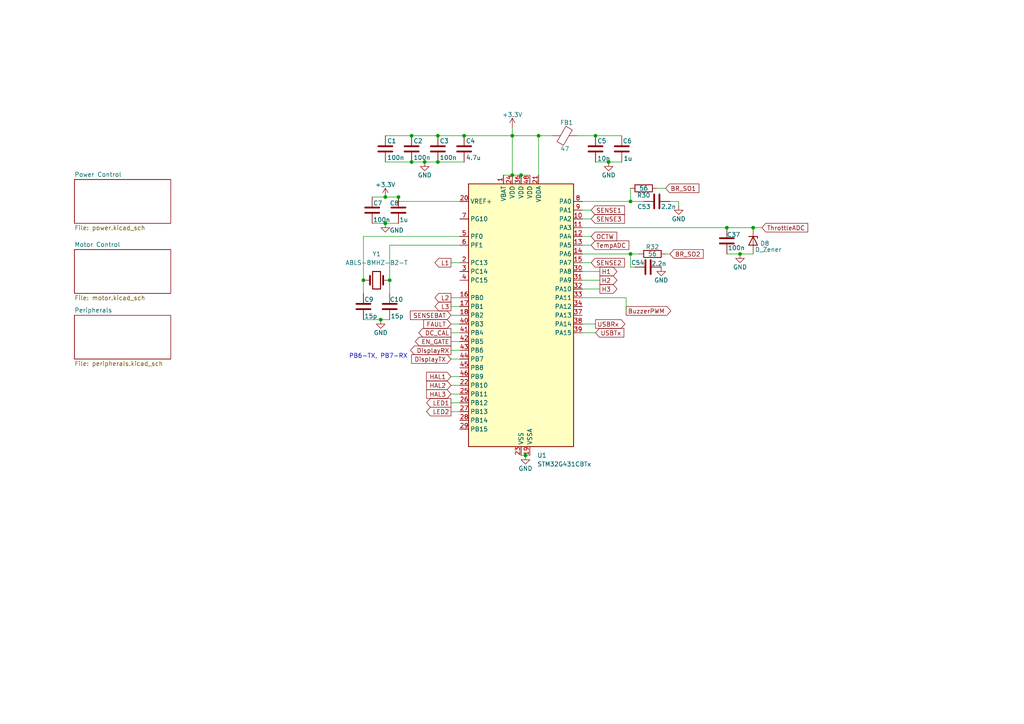
<source format=kicad_sch>
(kicad_sch (version 20250114) (generator "eeschema") (generator_version "9.0")
  (paper "A4")
  (lib_symbols
    (symbol "Device:C" (pin_numbers (hide yes)) (pin_names (offset 0.254))
      (property "Reference" "C" (at 0.635 2.54 0))
      (property "Value" "C" (at 0.635 -2.54 0))
      (symbol "C_0_1"
        (polyline (pts (xy -2.032 0.762) (xy 2.032 0.762)) (stroke (width 0.508)))
        (polyline (pts (xy -2.032 -0.762) (xy 2.032 -0.762)) (stroke (width 0.508)))
      )
      (symbol "C_1_1"
        (pin passive line (at 0 3.81 270) (length 2.794) (name "~") (number "1"))
        (pin passive line (at 0 -3.81 90) (length 2.794) (name "~") (number "2"))
      )
    )
    (symbol "Device:Crystal" (pin_numbers (hide yes)) (pin_names (offset 1.016) (hide yes))
      (property "Reference" "Y" (at 0 3.81 0))
      (property "Value" "Crystal" (at 0 -3.81 0))
      (symbol "Crystal_0_1"
        (polyline (pts (xy -2.54 0) (xy -1.905 0)))
        (polyline (pts (xy -1.905 -1.27) (xy -1.905 1.27)) (stroke (width 0.508)))
        (rectangle (start -1.143 2.54) (end 1.143 -2.54) (stroke (width 0.3048)))
        (polyline (pts (xy 1.905 -1.27) (xy 1.905 1.27)) (stroke (width 0.508)))
        (polyline (pts (xy 2.54 0) (xy 1.905 0)))
      )
      (symbol "Crystal_1_1"
        (pin passive line (at -3.81 0 0) (length 1.27) (name "1") (number "1"))
        (pin passive line (at 3.81 0 180) (length 1.27) (name "2") (number "2"))
      )
    )
    (symbol "Device:D_Zener" (pin_numbers (hide yes)) (pin_names (offset 1.016) (hide yes))
      (property "Reference" "D" (at 0 2.54 0))
      (property "Value" "D_Zener" (at 0 -2.54 0))
      (symbol "D_Zener_0_1"
        (polyline (pts (xy -1.27 -1.27) (xy -1.27 1.27) (xy -0.762 1.27)) (stroke (width 0.254)))
        (polyline (pts (xy 1.27 0) (xy -1.27 0)))
        (polyline (pts (xy 1.27 -1.27) (xy 1.27 1.27) (xy -1.27 0) (xy 1.27 -1.27)) (stroke (width 0.254)))
      )
      (symbol "D_Zener_1_1"
        (pin passive line (at -3.81 0 0) (length 2.54) (name "K") (number "1"))
        (pin passive line (at 3.81 0 180) (length 2.54) (name "A") (number "2"))
      )
    )
    (symbol "Device:FerriteBead" (pin_numbers (hide yes)) (pin_names (offset 0))
      (property "Reference" "FB" (at -3.81 0.635 90))
      (property "Value" "FerriteBead" (at 3.81 0 90))
      (symbol "FerriteBead_0_1"
        (polyline (pts (xy -2.7686 0.4064) (xy -1.7018 2.2606) (xy 2.7686 -0.3048) (xy 1.6764 -2.159) (xy -2.7686 0.4064)))
        (polyline (pts (xy 0 1.27) (xy 0 1.2954)))
        (polyline (pts (xy 0 -1.27) (xy 0 -1.2192)))
      )
      (symbol "FerriteBead_1_1"
        (pin passive line (at 0 3.81 270) (length 2.54) (name "~") (number "1"))
        (pin passive line (at 0 -3.81 90) (length 2.54) (name "~") (number "2"))
      )
    )
    (symbol "Device:R" (pin_numbers (hide yes)) (pin_names (offset 0))
      (property "Reference" "R" (at 2.032 0 90))
      (property "Value" "R" (at 0 0 90))
      (symbol "R_0_1"
        (rectangle (start -1.016 -2.54) (end 1.016 2.54) (stroke (width 0.254)))
      )
      (symbol "R_1_1"
        (pin passive line (at 0 3.81 270) (length 1.27) (name "~") (number "1"))
        (pin passive line (at 0 -3.81 90) (length 1.27) (name "~") (number "2"))
      )
    )
    (symbol "MCU_ST_STM32G4:STM32G431CBTx"
      (property "Reference" "U" (at -15.24 39.37 0))
      (property "Value" "STM32G431CBTx" (at 7.62 39.37 0))
      (symbol "STM32G431CBTx_0_1"
        (rectangle (start -15.24 -38.1) (end 15.24 38.1) (stroke (width 0.254)) (fill (type background)))
      )
      (symbol "STM32G431CBTx_1_1"
        (pin input line (at -17.78 33.02 0) (length 2.54) (name "VREF+") (number "20"))
        (pin bidirectional line (at -17.78 27.94 0) (length 2.54) (name "PG10") (number "7"))
        (pin bidirectional line (at -17.78 22.86 0) (length 2.54) (name "PF0") (number "5"))
        (pin bidirectional line (at -17.78 20.32 0) (length 2.54) (name "PF1") (number "6"))
        (pin bidirectional line (at -17.78 15.24 0) (length 2.54) (name "PC13") (number "2"))
        (pin bidirectional line (at -17.78 12.7 0) (length 2.54) (name "PC14") (number "3"))
        (pin bidirectional line (at -17.78 10.16 0) (length 2.54) (name "PC15") (number "4"))
        (pin bidirectional line (at -17.78 5.08 0) (length 2.54) (name "PB0") (number "16"))
        (pin bidirectional line (at -17.78 2.54 0) (length 2.54) (name "PB1") (number "17"))
        (pin bidirectional line (at -17.78 0 0) (length 2.54) (name "PB2") (number "18"))
        (pin bidirectional line (at -17.78 -2.54 0) (length 2.54) (name "PB3") (number "40"))
        (pin bidirectional line (at -17.78 -5.08 0) (length 2.54) (name "PB4") (number "41"))
        (pin bidirectional line (at -17.78 -7.62 0) (length 2.54) (name "PB5") (number "42"))
        (pin bidirectional line (at -17.78 -10.16 0) (length 2.54) (name "PB6") (number "43"))
        (pin bidirectional line (at -17.78 -12.7 0) (length 2.54) (name "PB7") (number "44"))
        (pin bidirectional line (at -17.78 -15.24 0) (length 2.54) (name "PB8") (number "45"))
        (pin bidirectional line (at -17.78 -17.78 0) (length 2.54) (name "PB9") (number "46"))
        (pin bidirectional line (at -17.78 -20.32 0) (length 2.54) (name "PB10") (number "22"))
        (pin bidirectional line (at -17.78 -22.86 0) (length 2.54) (name "PB11") (number "25"))
        (pin bidirectional line (at -17.78 -25.4 0) (length 2.54) (name "PB12") (number "26"))
        (pin bidirectional line (at -17.78 -27.94 0) (length 2.54) (name "PB13") (number "27"))
        (pin bidirectional line (at -17.78 -30.48 0) (length 2.54) (name "PB14") (number "28"))
        (pin bidirectional line (at -17.78 -33.02 0) (length 2.54) (name "PB15") (number "29"))
        (pin power_in line (at -5.08 40.64 270) (length 2.54) (name "VBAT") (number "1"))
        (pin power_in line (at -2.54 40.64 270) (length 2.54) (name "VDD") (number "24"))
        (pin power_in line (at 0 40.64 270) (length 2.54) (name "VDD") (number "36"))
        (pin power_in line (at 0 -40.64 90) (length 2.54) (name "VSS") (number "23"))
        (pin passive line (at 0 -40.64 90) (length 2.54) (hide yes) (name "VSS") (number "35"))
        (pin passive line (at 0 -40.64 90) (length 2.54) (hide yes) (name "VSS") (number "47"))
        (pin power_in line (at 2.54 40.64 270) (length 2.54) (name "VDD") (number "48"))
        (pin power_in line (at 2.54 -40.64 90) (length 2.54) (name "VSSA") (number "19"))
        (pin power_in line (at 5.08 40.64 270) (length 2.54) (name "VDDA") (number "21"))
        (pin bidirectional line (at 17.78 33.02 180) (length 2.54) (name "PA0") (number "8"))
        (pin bidirectional line (at 17.78 30.48 180) (length 2.54) (name "PA1") (number "9"))
        (pin bidirectional line (at 17.78 27.94 180) (length 2.54) (name "PA2") (number "10"))
        (pin bidirectional line (at 17.78 25.4 180) (length 2.54) (name "PA3") (number "11"))
        (pin bidirectional line (at 17.78 22.86 180) (length 2.54) (name "PA4") (number "12"))
        (pin bidirectional line (at 17.78 20.32 180) (length 2.54) (name "PA5") (number "13"))
        (pin bidirectional line (at 17.78 17.78 180) (length 2.54) (name "PA6") (number "14"))
        (pin bidirectional line (at 17.78 15.24 180) (length 2.54) (name "PA7") (number "15"))
        (pin bidirectional line (at 17.78 12.7 180) (length 2.54) (name "PA8") (number "30"))
        (pin bidirectional line (at 17.78 10.16 180) (length 2.54) (name "PA9") (number "31"))
        (pin bidirectional line (at 17.78 7.62 180) (length 2.54) (name "PA10") (number "32"))
        (pin bidirectional line (at 17.78 5.08 180) (length 2.54) (name "PA11") (number "33"))
        (pin bidirectional line (at 17.78 2.54 180) (length 2.54) (name "PA12") (number "34"))
        (pin bidirectional line (at 17.78 0 180) (length 2.54) (name "PA13") (number "37"))
        (pin bidirectional line (at 17.78 -2.54 180) (length 2.54) (name "PA14") (number "38"))
        (pin bidirectional line (at 17.78 -5.08 180) (length 2.54) (name "PA15") (number "39"))
      )
    )
    (symbol "power:+3.3V" (power) (pin_numbers (hide yes)) (pin_names (offset 0) (hide yes))
      (property "Value" "+3.3V" (at 0 3.556 0))
      (symbol "+3.3V_0_1"
        (polyline (pts (xy -0.762 1.27) (xy 0 2.54)))
        (polyline (pts (xy 0 2.54) (xy 0.762 1.27)))
        (polyline (pts (xy 0 0) (xy 0 2.54)))
      )
      (symbol "+3.3V_1_1"
        (pin power_in line (at 0 0 90) (length 0) (name "~") (number "1"))
      )
    )
    (symbol "power:GND" (power) (pin_numbers (hide yes)) (pin_names (offset 0) (hide yes))
      (property "Value" "GND" (at 0 -3.81 0))
      (symbol "GND_0_1"
        (polyline (pts (xy 0 0) (xy 0 -1.27) (xy 1.27 -1.27) (xy 0 -2.54) (xy -1.27 -1.27) (xy 0 -1.27)))
      )
      (symbol "GND_1_1"
        (pin power_in line (at 0 0 270) (length 0) (name "~") (number "1"))
      )
    )
  )
  (text "PB6-TX, PB7-RX" (at 109.728 103.378 0) (effects (font (size 1.27 1.27))))
  (junction (at 182.88 58.42))
  (junction (at 105.41 81.28))
  (junction (at 176.53 46.99))
  (junction (at 172.72 39.37))
  (junction (at 119.38 46.99))
  (junction (at 127 39.37))
  (junction (at 148.59 50.8))
  (junction (at 110.4128 92.71))
  (junction (at 127 46.99))
  (junction (at 113.03 81.28))
  (junction (at 156.21 39.37))
  (junction (at 218.44 66.04))
  (junction (at 134.62 39.37))
  (junction (at 111.76 57.15))
  (junction (at 182.88 73.66))
  (junction (at 148.59 39.37))
  (junction (at 119.38 39.37))
  (junction (at 210.82 66.04))
  (junction (at 214.63 73.66))
  (junction (at 111.76 64.77))
  (junction (at 151.13 50.8))
  (junction (at 123.19 46.99))
  (junction (at 115.57 57.15))
  (junction (at 152.4 132.08))
  (wire (pts (xy 111.76 46.99) (xy 119.38 46.99)))
  (wire (pts (xy 172.72 46.99) (xy 176.53 46.99)))
  (wire (pts (xy 182.88 77.47) (xy 182.88 73.66)))
  (wire (pts (xy 130.81 114.3) (xy 133.35 114.3)))
  (wire (pts (xy 172.72 39.37) (xy 180.34 39.37)))
  (wire (pts (xy 168.91 96.52) (xy 172.72 96.52)))
  (wire (pts (xy 130.81 99.06) (xy 133.35 99.06)))
  (wire (pts (xy 168.91 73.66) (xy 182.88 73.66)))
  (wire (pts (xy 156.21 39.37) (xy 156.21 50.8)))
  (wire (pts (xy 214.63 73.66) (xy 218.44 73.66)))
  (wire (pts (xy 148.59 36.83) (xy 148.59 39.37)))
  (wire (pts (xy 182.88 54.61) (xy 182.88 58.42)))
  (wire (pts (xy 130.81 109.22) (xy 133.35 109.22)))
  (wire (pts (xy 190.5 54.61) (xy 193.04 54.61)))
  (wire (pts (xy 130.81 93.98) (xy 133.35 93.98)))
  (wire (pts (xy 113.03 71.12) (xy 133.35 71.12)))
  (wire (pts (xy 130.81 104.14) (xy 133.35 104.14)))
  (wire (pts (xy 151.13 50.8) (xy 153.67 50.8)))
  (wire (pts (xy 110.4128 92.71) (xy 113.03 92.71)))
  (wire (pts (xy 168.91 86.36) (xy 181.61 86.36)))
  (wire (pts (xy 107.95 57.15) (xy 111.76 57.15)))
  (wire (pts (xy 133.35 68.58) (xy 105.41 68.58)))
  (wire (pts (xy 168.91 83.82) (xy 173.99 83.82)))
  (wire (pts (xy 182.88 73.66) (xy 185.42 73.66)))
  (wire (pts (xy 111.76 64.77) (xy 115.57 64.77)))
  (wire (pts (xy 210.82 66.04) (xy 218.44 66.04)))
  (wire (pts (xy 130.81 111.76) (xy 133.35 111.76)))
  (wire (pts (xy 218.44 66.04) (xy 220.98 66.04)))
  (wire (pts (xy 134.62 39.37) (xy 148.59 39.37)))
  (wire (pts (xy 146.05 50.8) (xy 148.59 50.8)))
  (wire (pts (xy 148.59 39.37) (xy 148.59 50.8)))
  (wire (pts (xy 107.95 64.77) (xy 111.76 64.77)))
  (wire (pts (xy 115.57 58.42) (xy 115.57 57.15)))
  (wire (pts (xy 168.91 76.2) (xy 171.45 76.2)))
  (wire (pts (xy 168.91 60.96) (xy 171.45 60.96)))
  (wire (pts (xy 214.63 73.66) (xy 210.82 73.66)))
  (wire (pts (xy 151.13 132.08) (xy 152.4 132.08)))
  (wire (pts (xy 194.31 58.42) (xy 196.85 58.42)))
  (wire (pts (xy 152.4 132.08) (xy 153.67 132.08)))
  (wire (pts (xy 156.21 39.37) (xy 160.02 39.37)))
  (wire (pts (xy 113.03 71.12) (xy 113.03 81.28)))
  (wire (pts (xy 113.03 81.28) (xy 113.03 85.09)))
  (wire (pts (xy 105.41 92.71) (xy 110.4128 92.71)))
  (wire (pts (xy 168.91 78.74) (xy 173.99 78.74)))
  (wire (pts (xy 119.38 46.99) (xy 123.19 46.99)))
  (wire (pts (xy 168.91 81.28) (xy 173.99 81.28)))
  (wire (pts (xy 196.85 59.69) (xy 196.85 58.42)))
  (wire (pts (xy 127 46.99) (xy 134.62 46.99)))
  (wire (pts (xy 130.81 76.2) (xy 133.35 76.2)))
  (wire (pts (xy 111.76 39.37) (xy 119.38 39.37)))
  (wire (pts (xy 119.38 39.37) (xy 127 39.37)))
  (wire (pts (xy 127 39.37) (xy 134.62 39.37)))
  (wire (pts (xy 105.41 68.58) (xy 105.41 81.28)))
  (wire (pts (xy 148.59 50.8) (xy 151.13 50.8)))
  (wire (pts (xy 168.91 58.42) (xy 182.88 58.42)))
  (wire (pts (xy 168.91 63.5) (xy 171.45 63.5)))
  (wire (pts (xy 182.88 58.42) (xy 186.69 58.42)))
  (wire (pts (xy 193.04 73.66) (xy 194.31 73.66)))
  (wire (pts (xy 168.91 71.12) (xy 171.45 71.12)))
  (wire (pts (xy 176.53 46.99) (xy 180.34 46.99)))
  (wire (pts (xy 130.81 91.44) (xy 133.35 91.44)))
  (wire (pts (xy 133.35 58.42) (xy 115.57 58.42)))
  (wire (pts (xy 148.59 39.37) (xy 156.21 39.37)))
  (wire (pts (xy 130.81 86.36) (xy 133.35 86.36)))
  (wire (pts (xy 168.91 93.98) (xy 172.72 93.98)))
  (wire (pts (xy 181.61 86.36) (xy 181.61 90.17)))
  (wire (pts (xy 167.64 39.37) (xy 172.72 39.37)))
  (wire (pts (xy 168.91 66.04) (xy 210.82 66.04)))
  (wire (pts (xy 130.81 88.9) (xy 133.35 88.9)))
  (wire (pts (xy 111.76 57.15) (xy 115.57 57.15)))
  (wire (pts (xy 130.81 96.52) (xy 133.35 96.52)))
  (wire (pts (xy 184.15 77.47) (xy 182.88 77.47)))
  (wire (pts (xy 168.91 68.58) (xy 171.45 68.58)))
  (wire (pts (xy 130.81 101.6) (xy 133.35 101.6)))
  (wire (pts (xy 130.81 116.84) (xy 133.35 116.84)))
  (wire (pts (xy 123.19 46.99) (xy 127 46.99)))
  (wire (pts (xy 105.41 81.28) (xy 105.41 85.09)))
  (wire (pts (xy 130.81 119.38) (xy 133.35 119.38)))
  (global_label "L3" (shape output) (at 130.81 88.9 180) (property "Intersheetrefs" "${INTERSHEET_REFS}" (effects (hide yes))))
  (global_label "H1" (shape output) (at 173.99 78.74 0) (property "Intersheetrefs" "${INTERSHEET_REFS}" (effects (hide yes))))
  (global_label "HAL1" (shape input) (at 130.81 109.22 180) (property "Intersheetrefs" "${INTERSHEET_REFS}" (effects (hide yes))))
  (global_label "SENSEBAT" (shape input) (at 130.81 91.44 180) (property "Intersheetrefs" "${INTERSHEET_REFS}" (effects (hide yes))))
  (global_label "DC_CAL" (shape output) (at 130.81 96.52 180) (property "Intersheetrefs" "${INTERSHEET_REFS}" (effects (hide yes))))
  (global_label "OCTW" (shape input) (at 171.45 68.58 0) (property "Intersheetrefs" "${INTERSHEET_REFS}" (effects (hide yes))))
  (global_label "LED2" (shape output) (at 130.81 119.38 180) (property "Intersheetrefs" "${INTERSHEET_REFS}" (effects (hide yes))))
  (global_label "BuzzerPWM" (shape output) (at 181.61 90.17 0) (property "Intersheetrefs" "${INTERSHEET_REFS}" (effects (hide yes))))
  (global_label "HAL2" (shape input) (at 130.81 111.76 180) (property "Intersheetrefs" "${INTERSHEET_REFS}" (effects (hide yes))))
  (global_label "BR_SO2" (shape input) (at 194.31 73.66 0) (property "Intersheetrefs" "${INTERSHEET_REFS}" (effects (hide yes))))
  (global_label "SENSE1" (shape input) (at 171.45 60.96 0) (property "Intersheetrefs" "${INTERSHEET_REFS}" (effects (hide yes))))
  (global_label "DisplayRX" (shape output) (at 130.81 101.6 180) (property "Intersheetrefs" "${INTERSHEET_REFS}" (effects (hide yes))))
  (global_label "USBRx" (shape output) (at 172.72 93.98 0) (property "Intersheetrefs" "${INTERSHEET_REFS}" (effects (hide yes))))
  (global_label "H3" (shape output) (at 173.99 83.82 0) (property "Intersheetrefs" "${INTERSHEET_REFS}" (effects (hide yes))))
  (global_label "BR_SO1" (shape input) (at 193.04 54.61 0) (property "Intersheetrefs" "${INTERSHEET_REFS}" (effects (hide yes))))
  (global_label "H2" (shape output) (at 173.99 81.28 0) (property "Intersheetrefs" "${INTERSHEET_REFS}" (effects (hide yes))))
  (global_label "USBTx" (shape input) (at 172.72 96.52 0) (property "Intersheetrefs" "${INTERSHEET_REFS}" (effects (hide yes))))
  (global_label "TempADC" (shape input) (at 171.45 71.12 0) (property "Intersheetrefs" "${INTERSHEET_REFS}" (effects (hide yes))))
  (global_label "L2" (shape output) (at 130.81 86.36 180) (property "Intersheetrefs" "${INTERSHEET_REFS}" (effects (hide yes))))
  (global_label "SENSE2" (shape input) (at 171.45 76.2 0) (property "Intersheetrefs" "${INTERSHEET_REFS}" (effects (hide yes))))
  (global_label "EN_GATE" (shape output) (at 130.81 99.06 180) (property "Intersheetrefs" "${INTERSHEET_REFS}" (effects (hide yes))))
  (global_label "HAL3" (shape input) (at 130.81 114.3 180) (property "Intersheetrefs" "${INTERSHEET_REFS}" (effects (hide yes))))
  (global_label "LED1" (shape output) (at 130.81 116.84 180) (property "Intersheetrefs" "${INTERSHEET_REFS}" (effects (hide yes))))
  (global_label "ThrottleADC" (shape input) (at 220.98 66.04 0) (property "Intersheetrefs" "${INTERSHEET_REFS}" (effects (hide yes))))
  (global_label "L1" (shape output) (at 130.81 76.2 180) (property "Intersheetrefs" "${INTERSHEET_REFS}" (effects (hide yes))))
  (global_label "DisplayTX" (shape input) (at 130.81 104.14 180) (property "Intersheetrefs" "${INTERSHEET_REFS}" (effects (hide yes))))
  (global_label "FAULT" (shape input) (at 130.81 93.98 180) (property "Intersheetrefs" "${INTERSHEET_REFS}" (effects (hide yes))))
  (global_label "SENSE3" (shape input) (at 171.45 63.5 0) (property "Intersheetrefs" "${INTERSHEET_REFS}" (effects (hide yes))))
  (symbol (lib_id "Device:R") (at 186.69 54.61 270) (unit 1)
    (property "Reference" "R30" (at 186.69 56.642 90))
    (property "Value" "56" (at 186.69 54.61 90))
    (property "Description" "Resistor" (effects (hide yes)))
  )
  (symbol (lib_id "Device:R") (at 189.23 73.66 90) (unit 1)
    (property "Reference" "R32" (at 189.23 71.628 90))
    (property "Value" "56" (at 189.23 73.66 90))
    (property "Description" "Resistor" (effects (hide yes)))
  )
  (symbol (lib_id "Device:C") (at 210.82 69.85 0) (unit 1)
    (property "Reference" "C37" (at 210.82 68.072 0) (effects (justify left)))
    (property "Value" "100n" (at 211.074 71.882 0) (effects (justify left)))
    (property "Description" "Unpolarized capacitor" (effects (hide yes)))
  )
  (symbol (lib_id "Device:C") (at 119.38 43.18 0) (unit 1)
    (property "Reference" "C2" (at 119.888 40.894 0) (effects (justify left)))
    (property "Value" "100n" (at 119.888 45.72 0) (effects (justify left)))
    (property "Description" "Unpolarized capacitor" (effects (hide yes)))
  )
  (symbol (lib_id "power:GND") (at 176.53 46.99 0) (unit 1)
    (property "Reference" "#PWR03" (effects (hide yes)))
    (property "Value" "GND" (at 176.53 50.8 0))
    (property "Description" "Power symbol creates a global label with name \"GND\" , ground" (effects (hide yes)))
  )
  (symbol (lib_id "Device:C") (at 190.5 58.42 90) (unit 1)
    (property "Reference" "C53" (at 188.722 59.944 90) (effects (justify left)))
    (property "Value" "2.2n" (at 196.088 59.944 90) (effects (justify left)))
    (property "Description" "Unpolarized capacitor" (effects (hide yes)))
  )
  (symbol (lib_id "power:GND") (at 191.77 77.47 0) (unit 1)
    (property "Reference" "#PWR043" (effects (hide yes)))
    (property "Value" "GND" (at 191.77 81.28 0))
    (property "Description" "Power symbol creates a global label with name \"GND\" , ground" (effects (hide yes)))
  )
  (symbol (lib_id "Device:D_Zener") (at 218.44 69.85 270) (unit 1)
    (property "Reference" "D8" (at 220.472 70.612 90) (effects (justify left)))
    (property "Value" "D_Zener" (at 218.948 72.39 90) (effects (justify left)))
    (property "Description" "Zener diode" (effects (hide yes)))
  )
  (symbol (lib_id "Device:C") (at 172.72 43.18 0) (unit 1)
    (property "Reference" "C5" (at 173.228 40.894 0) (effects (justify left)))
    (property "Value" "10n" (at 173.228 45.974 0) (effects (justify left)))
    (property "Description" "Unpolarized capacitor" (effects (hide yes)))
  )
  (symbol (lib_id "Device:C") (at 113.03 88.9 0) (unit 1)
    (property "Reference" "C10" (at 113.03 86.868 0) (effects (justify left)))
    (property "Value" "15p" (at 113.284 91.694 0) (effects (justify left)))
    (property "Description" "Unpolarized capacitor" (effects (hide yes)))
  )
  (symbol (lib_id "Device:C") (at 127 43.18 0) (unit 1)
    (property "Reference" "C3" (at 127.508 40.894 0) (effects (justify left)))
    (property "Value" "100n" (at 127.508 45.72 0) (effects (justify left)))
    (property "Description" "Unpolarized capacitor" (effects (hide yes)))
  )
  (symbol (lib_id "power:GND") (at 152.4 132.08 0) (unit 1)
    (property "Reference" "#PWR06" (effects (hide yes)))
    (property "Value" "GND" (at 152.4 135.89 0))
    (property "Description" "Power symbol creates a global label with name \"GND\" , ground" (effects (hide yes)))
  )
  (symbol (lib_id "Device:FerriteBead") (at 163.83 39.37 90) (unit 1)
    (property "Reference" "FB1" (at 164.338 35.56 90))
    (property "Value" "47" (at 163.83 43.18 90))
    (property "Description" "Ferrite bead" (effects (hide yes)))
  )
  (symbol (lib_id "Device:C") (at 107.95 60.96 0) (unit 1)
    (property "Reference" "C7" (at 108.204 58.928 0) (effects (justify left)))
    (property "Value" "100n" (at 108.204 63.754 0) (effects (justify left)))
    (property "Description" "Unpolarized capacitor" (effects (hide yes)))
  )
  (symbol (lib_id "Device:Crystal") (at 109.22 81.28 0) (unit 1)
    (property "Reference" "Y1" (at 109.22 73.66 0))
    (property "Value" "ABLS-8MHZ-B2-T" (at 109.22 76.2 0))
    (property "Footprint" "E-Bike Footprints:XTAL_ABLS-8.000MHZ-B2-T" (effects (hide yes)))
    (property "Datasheet" "https://www.digikey.com/en/products/detail/abracon-llc/ABLS-8-000MHZ-B2-T/675284" (effects (hide yes)))
    (property "Description" "Two pin crystal" (effects (hide yes)))
  )
  (symbol (lib_id "Device:C") (at 111.76 43.18 0) (unit 1)
    (property "Reference" "C1" (at 112.268 40.894 0) (effects (justify left)))
    (property "Value" "100n" (at 112.268 45.72 0) (effects (justify left)))
    (property "Description" "Unpolarized capacitor" (effects (hide yes)))
  )
  (symbol (lib_id "power:GND") (at 214.63 73.66 0) (unit 1)
    (property "Reference" "#PWR050" (effects (hide yes)))
    (property "Value" "GND" (at 214.63 77.47 0))
    (property "Description" "Power symbol creates a global label with name \"GND\" , ground" (effects (hide yes)))
  )
  (symbol (lib_id "Device:C") (at 105.41 88.9 0) (unit 1)
    (property "Reference" "C9" (at 105.664 86.868 0) (effects (justify left)))
    (property "Value" "15p" (at 105.664 91.694 0) (effects (justify left)))
    (property "Description" "Unpolarized capacitor" (effects (hide yes)))
  )
  (symbol (lib_id "power:GND") (at 111.76 64.77 0) (unit 1)
    (property "Reference" "#PWR02" (effects (hide yes)))
    (property "Value" "GND" (at 115.062 66.802 0))
    (property "Description" "Power symbol creates a global label with name \"GND\" , ground" (effects (hide yes)))
  )
  (symbol (lib_id "MCU_ST_STM32G4:STM32G431CBTx") (at 151.13 91.44 0) (unit 1)
    (property "Reference" "U1" (at 155.8133 132.08 0) (effects (justify left)))
    (property "Value" "STM32G431CBTx" (at 155.8133 134.62 0) (effects (justify left)))
    (property "Footprint" "Package_QFP:LQFP-48_7x7mm_P0.5mm" (effects (hide yes)))
    (property "Datasheet" "https://www.st.com/resource/en/datasheet/stm32g431cb.pdf" (effects (hide yes)))
    (property "Description" "STMicroelectronics Arm Cortex-M4 MCU, 128KB flash, 32KB RAM, 170 MHz, 1.71-3.6V, 38 GPIO, LQFP48" (effects (hide yes)))
  )
  (symbol (lib_id "Device:C") (at 187.96 77.47 90) (unit 1)
    (property "Reference" "C54" (at 186.944 76.2 90) (effects (justify left)))
    (property "Value" "2.2n" (at 193.294 76.454 90) (effects (justify left)))
    (property "Description" "Unpolarized capacitor" (effects (hide yes)))
  )
  (symbol (lib_id "Device:C") (at 180.34 43.18 0) (unit 1)
    (property "Reference" "C6" (at 180.594 40.894 0) (effects (justify left)))
    (property "Value" "1u" (at 180.848 45.974 0) (effects (justify left)))
    (property "Description" "Unpolarized capacitor" (effects (hide yes)))
  )
  (symbol (lib_id "Device:C") (at 134.62 43.18 0) (unit 1)
    (property "Reference" "C4" (at 135.128 40.894 0) (effects (justify left)))
    (property "Value" "4.7u" (at 135.128 45.72 0) (effects (justify left)))
    (property "Description" "Unpolarized capacitor" (effects (hide yes)))
  )
  (symbol (lib_id "power:GND") (at 110.4128 92.71 0) (unit 1)
    (property "Reference" "#PWR07" (effects (hide yes)))
    (property "Value" "GND" (at 110.4128 96.52 0))
    (property "Description" "Power symbol creates a global label with name \"GND\" , ground" (effects (hide yes)))
  )
  (symbol (lib_id "Device:C") (at 115.57 60.96 0) (unit 1)
    (property "Reference" "C8" (at 113.03 58.928 0) (effects (justify left)))
    (property "Value" "1u" (at 115.824 63.754 0) (effects (justify left)))
    (property "Description" "Unpolarized capacitor" (effects (hide yes)))
  )
  (symbol (lib_id "power:+3.3V") (at 148.59 36.83 0) (unit 1)
    (property "Reference" "#PWR04" (effects (hide yes)))
    (property "Value" "+3.3V" (at 148.59 33.274 0))
    (property "Description" "Power symbol creates a global label with name \"+3.3V\"" (effects (hide yes)))
  )
  (symbol (lib_id "power:GND") (at 123.19 46.99 0) (unit 1)
    (property "Reference" "#PWR01" (effects (hide yes)))
    (property "Value" "GND" (at 123.19 50.8 0))
    (property "Description" "Power symbol creates a global label with name \"GND\" , ground" (effects (hide yes)))
  )
  (symbol (lib_id "power:GND") (at 196.85 59.69 0) (unit 1)
    (property "Reference" "#PWR042" (effects (hide yes)))
    (property "Value" "GND" (at 196.85 63.5 0))
    (property "Description" "Power symbol creates a global label with name \"GND\" , ground" (effects (hide yes)))
  )
  (symbol (lib_id "power:+3.3V") (at 111.76 57.15 0) (unit 1)
    (property "Reference" "#PWR05" (effects (hide yes)))
    (property "Value" "+3.3V" (at 111.76 53.594 0))
    (property "Description" "Power symbol creates a global label with name \"+3.3V\"" (effects (hide yes)))
  )
  (sheet (at 21.59 91.44) (size 27.94 12.7) (stroke (width 0.1524))
    (property "Sheetname" "Peripherals" (at 21.59 90.7284 0) (effects (justify left bottom)))
    (property "Sheetfile" "peripherals.kicad_sch" (at 21.59 104.7246 0) (effects (justify left top)))
  )
  (sheet (at 21.59 72.39) (size 27.94 12.7) (stroke (width 0.1524))
    (property "Sheetname" "Motor Control" (at 21.59 71.6784 0) (effects (justify left bottom)))
    (property "Sheetfile" "motor.kicad_sch" (at 21.59 85.6746 0) (effects (justify left top)))
  )
  (sheet (at 21.59 52.07) (size 27.94 12.7) (stroke (width 0.1524))
    (property "Sheetname" "Power Control" (at 21.59 51.3584 0) (effects (justify left bottom)))
    (property "Sheetfile" "power.kicad_sch" (at 21.59 65.3546 0) (effects (justify left top)))
  )
)
</source>
